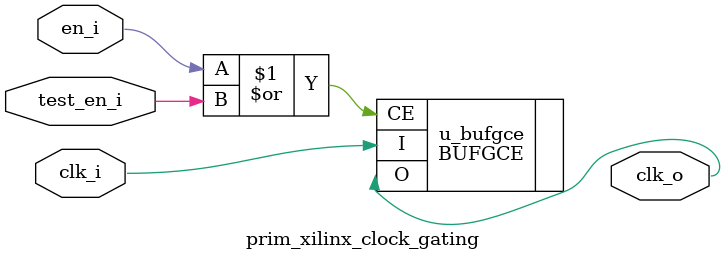
<source format=v>
module prim_xilinx_clock_gating (
	clk_i,
	en_i,
	test_en_i,
	clk_o
);
	input clk_i;
	input en_i;
	input test_en_i;
	output wire clk_o;
	BUFGCE u_bufgce(
		.I(clk_i),
		.CE(en_i | test_en_i),
		.O(clk_o)
	);
endmodule

</source>
